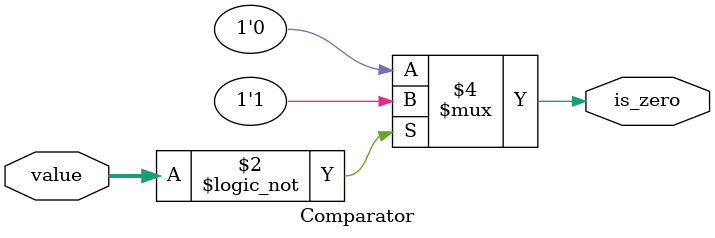
<source format=v>
`timescale 1ns / 1ps
module MIPSCheck(input [4:0] user_addr, input user,  rst, clk);
	
	wire [5:0] func, opcode;
	wire [1:0] pc_sel;
	wire [2:0] alu_sel;
	MIPS_CTRL ctrl(pc_sel, r1_addr_sel, w_addr_sel, w_data_sel, alu_in_sel, alu_sel,pc_en, reg_w_en, dmem_w_en, user, opcode, func, is_zero);							

	MIPS_dataPath dataPath (user_disp, func, opcode, is_zero , user_addr, pc_sel, r1_addr_sel, w_addr_sel, w_data_sel, alu_in_sel, alu_sel,pc_en, reg_w_en, dmem_w_en,clk,rst);	
endmodule
`timescale 1ns / 1ps
//////////////////////////////////////////////////////////////////////////////////
// Company: 
// Engineer: 
// 
// Create Date:    19:57:43 12/18/2016 
// Design Name: 
// Module Name:    MIPS_CTRL 
// Project Name: 
// Target Devices: 
// Tool versions: 
// Description: 
//
// Dependencies: 
//
// Revision: 
// Revision 0.01 - File Created
// Additional Comments: 
//
//////////////////////////////////////////////////////////////////////////////////
module MIPS_CTRL( pc_sel, r1_addr_sel, w_addr_sel, w_data_sel, alu_in_sel, alu_sel,pc_en, reg_w_en, dmem_w_en, user, opcode, func, is_zero);
	 output reg [1:0] pc_sel;
    output reg r1_addr_sel;
    output reg w_addr_sel;
    output reg w_data_sel;
    output reg [2:0] alu_sel; 
    output reg alu_in_sel;
	 output reg pc_en;
    output reg reg_w_en;
    output reg dmem_w_en;
    input user,is_zero;
    input [5:0] opcode;
    input [5:0] func;
	 
	 initial
	 begin
	 pc_sel=2'b0; r1_addr_sel=0; w_addr_sel=0; w_data_sel=0; alu_in_sel=0; alu_sel=3'b0; pc_en=0; reg_w_en=0; dmem_w_en=0;
	 end
		
	 
	always@(user, opcode, func,is_zero)
	begin
	//R Type: add, sub, or, xor, and, sltu,slt,jr.
	//I Type: addi, ori, andi, slti, lw, sw, beq, bneq.
	//J Type: j.
		if(user==1)
		begin
		pc_sel=2'b0; r1_addr_sel=1; w_addr_sel=0; w_data_sel=0; alu_in_sel=0; alu_sel=3'b0; pc_en=0; reg_w_en=0; dmem_w_en=0;
		end 
		
		else if(opcode==6'b0)//You are dealing with R type
		begin
			case (func)
			6'h20 : begin pc_sel=2'b0; r1_addr_sel=0; w_addr_sel=0; w_data_sel=0; alu_in_sel=0; alu_sel=3'b000; pc_en=1; reg_w_en=1; dmem_w_en=0; end
			6'h22 : begin pc_sel=2'b0; r1_addr_sel=0; w_addr_sel=0; w_data_sel=0; alu_in_sel=0; alu_sel=3'b001; pc_en=1; reg_w_en=1; dmem_w_en=0; end
			6'h25 : begin pc_sel=2'b0; r1_addr_sel=0; w_addr_sel=0; w_data_sel=0; alu_in_sel=0; alu_sel=3'b010; pc_en=1; reg_w_en=1; dmem_w_en=0; end
			6'h26 : begin pc_sel=2'b0; r1_addr_sel=0; w_addr_sel=0; w_data_sel=0; alu_in_sel=0; alu_sel=3'b011; pc_en=1; reg_w_en=1; dmem_w_en=0; end
			6'h24 : begin pc_sel=2'b0; r1_addr_sel=0; w_addr_sel=0; w_data_sel=0; alu_in_sel=0; alu_sel=3'b100; pc_en=1; reg_w_en=1; dmem_w_en=0; end
			6'h2B : begin pc_sel=2'b0; r1_addr_sel=0; w_addr_sel=0; w_data_sel=0; alu_in_sel=0; alu_sel=3'b101; pc_en=1; reg_w_en=1; dmem_w_en=0; end
			6'h2A : begin pc_sel=2'b0; r1_addr_sel=0; w_addr_sel=0; w_data_sel=0; alu_in_sel=0; alu_sel=3'b110; pc_en=1; reg_w_en=1; dmem_w_en=0; end
			6'h8 :  begin pc_sel=2'b1; r1_addr_sel=0; w_addr_sel=0; w_data_sel=0; alu_in_sel=0; alu_sel=3'b111; pc_en=1; reg_w_en=0; dmem_w_en=0; end
			default: begin pc_sel=2'b0; r1_addr_sel=0; w_addr_sel=0; w_data_sel=0; alu_in_sel=0; alu_sel=3'b000; pc_en=0; reg_w_en=0; dmem_w_en=0;end
			endcase
		end
		
		else if(opcode==6'h8)//addi
		begin//w_addr_sel has problem
		pc_sel=2'b0; r1_addr_sel=0; w_addr_sel=1; w_data_sel=0; alu_in_sel=1; alu_sel=3'b0; pc_en=1; reg_w_en=1; dmem_w_en=0;
		end
		
		else if(opcode==6'hD)//orri
		begin
		pc_sel=2'b0; r1_addr_sel=0; w_addr_sel=1; w_data_sel=0; alu_in_sel=1; alu_sel=3'b010; pc_en=1; reg_w_en=1; dmem_w_en=0;
		end
		
		else if(opcode==6'hC)//andi
		begin
		pc_sel=2'b0; r1_addr_sel=0; w_addr_sel=1; w_data_sel=0; alu_in_sel=1; alu_sel=3'b100; pc_en=1; reg_w_en=1; dmem_w_en=0;
		end
		
		else if(opcode==6'hA)//slti
		begin//slti
		pc_sel=2'b0; r1_addr_sel=0; w_addr_sel=1; w_data_sel=0; alu_in_sel=1; alu_sel=3'b110; pc_en=1; reg_w_en=1; dmem_w_en=0;
		end
		
		else if(opcode==6'h23)//lw
		begin//lw
		pc_sel=2'b0; r1_addr_sel=0; w_addr_sel=1; w_data_sel=1; alu_in_sel=1; alu_sel=3'b0; pc_en=1; reg_w_en=1; dmem_w_en=0;
		end
		
		else if(opcode==6'h2B)
		begin//sw
		pc_sel=2'b0; r1_addr_sel=0; w_addr_sel=0; w_data_sel=0; alu_in_sel=1; alu_sel=3'b0; pc_en=1; reg_w_en=0; dmem_w_en=1;
		end
		
		else if(opcode==6'h4)
		begin//beq
			if(is_zero==1'b1)
			begin
				pc_sel=2'b10; r1_addr_sel=0; w_addr_sel=0; w_data_sel=0; alu_in_sel=0; alu_sel=3'b1; pc_en=1; reg_w_en=0; dmem_w_en=0;
			end
			else
			begin
				pc_sel=2'b0; r1_addr_sel=0; w_addr_sel=0; w_data_sel=0; alu_in_sel=0; alu_sel=3'b1; pc_en=1; reg_w_en=0; dmem_w_en=0;
			end
		end
		
		else if(opcode==6'h5)
		begin//bneq
			if(is_zero==1'b0)
			begin
				pc_sel=2'b10; r1_addr_sel=0; w_addr_sel=0; w_data_sel=0; alu_in_sel=0; alu_sel=3'b1; pc_en=1; reg_w_en=0; dmem_w_en=0;
			end
			else
			begin
				pc_sel=2'b0; r1_addr_sel=0; w_addr_sel=0; w_data_sel=0; alu_in_sel=0; alu_sel=3'b1; pc_en=1; reg_w_en=0; dmem_w_en=0;
			end
		end
		
		else if(opcode==6'h2)//J type
		begin
		pc_sel=2'b11; r1_addr_sel=0; w_addr_sel=0; w_data_sel=0; alu_in_sel=0; alu_sel=3'b0; pc_en=1; reg_w_en=0; dmem_w_en=0;
		end 
		
		
		else
		begin
		pc_sel=2'b0; r1_addr_sel=0; w_addr_sel=0; w_data_sel=0; alu_in_sel=0; alu_sel=3'b0; pc_en=0; reg_w_en=0; dmem_w_en=0;
		end
	end
endmodule
`timescale 1ns / 1ps
//////////////////////////////////////////////////////////////////////////////////
// Company: 
// Engineer: 
// 
// Create Date:    07:19:24 12/20/2016 
// Design Name: 
// Module Name:    MIPS_dataPath 
// Project Name: 
// Target Devices: 
// Tool versions: 
// Description: 
//
// Dependencies: 
//
// Revision: 
// Revision 0.01 - File Created
// Additional Comments: 
//
//////////////////////////////////////////////////////////////////////////////////
module MIPS_dataPath(user_disp, func, opcode, is_zero, user_addr, pc_sel, r1_addr_sel, w_addr_sel, w_data_sel, alu_in_sel, alu_sel,pc_en, reg_w_en, dmem_w_en,clk,rst);
    output [31:0] user_disp;
	 output [5:0] func, opcode;
	 output is_zero;
    input [4:0] user_addr;
	 input [1:0] pc_sel;
	 input r1_addr_sel,w_addr_sel,w_data_sel,alu_in_sel, pc_en, reg_w_en, dmem_w_en, clk, rst;
	 input [2:0] alu_sel;
	 wire [31:0] subtract_out;
	 wire [4:0] r1,r2,r3;
	 wire [15:0] imm;
	 wire [25:0] C;
	 wire [31:0] instruct;
	 wire [31:0] count,pc_in ;
	 wire [31:0] data0,data1,alu_out,data0_out, w_data;
	 wire [4:0] r_addr1, w_addr;
	 wire [31:0] datamem_out;
	 
	 
	 assign user_disp=data1;
	 //Breaking down the instruction
	 IM instructionMemory (instruct, count, rst, clk);
	 assign opcode=instruct[31:26];
	 assign r1=instruct[25:21];
	 assign r2=instruct[20:16];
	 assign r3=instruct[15:11];//instruct[10:6]:shamt is not used
	 assign func=instruct[5:0];
	 assign imm=instruct[15:0];
	 assign C=instruct[25:0];
	 
	 
	 
	 //mux for PC
	 mux_4x1 #(32) pc_mux (pc_in, {count[31:28],C, 2'b0} ,{16'b0, imm} , data1, count, pc_sel[1], pc_sel[0]);
	 
	//Counter word addressible 
	 PC programCounter (count, pc_in, pc_en, rst,clk);
	 
	 //
	 mux_2x1 #(5) r1_reg_mux (r_addr1, user_addr, r1, r1_addr_sel); 
	 mux_2x1 #(5) w_reg_mux (w_addr, r2, r3, w_addr_sel); 
	 mux_2x1 #(32) wd_reg_mux (w_data , datamem_out, alu_out, w_data_sel); 
	 RegFile registerFile (data1, data0, r_addr1, r2, w_addr, w_data , reg_w_en, rst, clk);
	 
	 //ALU 
	 mux_2x1 #(32) alu_in_mux (data0_out, {16'b0,imm}, data0,alu_in_sel);
	 ALU alu(alu_out, data1, data0_out, alu_sel);
	  
	 DM dataMemory (datamem_out, alu_out, data0, dmem_w_en, rst, clk);

	 subtractor subtract(subtract_out, data1,data0);	  	 //is_zero comparator
	 Comparator comparetoZero(is_zero,subtract_out);
	 
endmodule

module subtractor(out,in1,in0);
input [31:0] in1, in0;
output reg [31:0] out;
	always@(in1,in0)
	begin
		out=in1-in0;
	end
endmodule
`timescale 1ns / 1ps
//////////////////////////////////////////////////////////////////////////////////
// Company: 
// Engineer: 
// 
// Create Date:    03:00:02 12/18/2016 
// Design Name: 
// Module Name:    IM 
// Project Name: 
// Target Devices: 
// Tool versions: 
// Description: 
//
// Dependencies: 
//
// Revision: 
// Revision 0.01 - File Created
// Additional Comments: 
//
//////////////////////////////////////////////////////////////////////////////////
module IM(instruct, count, rst, clk);
    output reg [31:0] instruct;
    input [31:0] count;
	 input rst,clk;
	 //256 instructions of 32 bit each
	 reg [31:0] instructFile [255:0];
	 initial instruct =32'b0;
	 
	 initial begin
	 $readmemb("D:/Xilinx/LabProjectsandPractice/Lab10try1/instructMem.txt",instructFile);
	 end

	 always@ (posedge clk)
	 begin
		if(rst)
			instruct<=32'b0;
		else
			instruct<=instructFile[count];
	end
endmodule
`timescale 1ns / 1ps
//////////////////////////////////////////////////////////////////////////////////
// Company: 
// Engineer: 
// 
// Create Date:    22:32:50 12/17/2016 
// Design Name: 
// Module Name:    mux_4x1 
// Project Name: 
// Target Devices: 
// Tool versions: 
// Description: 
//
// Dependencies: 
//
// Revision: 
// Revision 0.01 - File Created
// Additional Comments: 
//
//////////////////////////////////////////////////////////////////////////////////
module mux_4x1(y, x3, x2, x1, x0, s1, s0);
	 parameter bits=4;
    output [bits-1:0] y;
    input [bits-1:0] x3;
    input [bits-1:0] x2;
    input [bits-1:0] x1;
    input [bits-1:0] x0;
    input s1;
    input s0;
	 assign y =(s1==1&s0==1?x3:s1==1&s0==0?x2:s1==0&s0==1?x1:x0);
endmodule
`timescale 1ns / 1ps
//////////////////////////////////////////////////////////////////////////////////
// Company: 
// Engineer: 
// 
// Create Date:    02:43:59 12/18/2016 
// Design Name: 
// Module Name:    PC 
// Project Name: 
// Target Devices: 
// Tool versions: 
// Description: 
//
// Dependencies: 
//
// Revision: 
// Revision 0.01 - File Created
// Additional Comments: 
//
//////////////////////////////////////////////////////////////////////////////////
module PC(out, in, pc_en, rst,clk);
    output [31:0] out;
    input [31:0] in;
	 input rst,clk,pc_en;
	 reg [31:0] pc_count;
	 initial pc_count=0; 
	 
	 assign out=pc_count;
	 always@(posedge clk)
	 begin
		if(rst)
		begin
		pc_count=0;
		end
		else if(pc_en)
		begin
		pc_count=in+1;
		end
	 end
endmodule
`timescale 1ns / 1ps
//////////////////////////////////////////////////////////////////////////////////
// Company: 
// Engineer: 
// 
// Create Date:    22:35:22 12/17/2016 
// Design Name: 
// Module Name:    mux_2x1 
// Project Name: 
// Target Devices: 
// Tool versions: 
// Description: 
//
// Dependencies: 
//
// Revision: 
// Revision 0.01 - File Created
// Additional Comments: 
//
//////////////////////////////////////////////////////////////////////////////////
module mux_2x1(y,x1, x0,s);
	parameter bits=4;
    output [bits-1:0] y;
    input [bits-1:0] x1;
    input [bits-1:0] x0;
    input s;
	 assign y =(s==1?x1:x0);
endmodule
`timescale 1ns / 1ps
//////////////////////////////////////////////////////////////////////////////////
// Company: 
// Engineer: 
// 
// Create Date:    21:26:22 12/17/2016 
// Design Name: 
// Module Name:    RegFile 
// Project Name: 
// Target Devices: 
// Tool versions: 
// Description: 
//
// Dependencies: 
//
// Revision: 
// Revision 0.01 - File Created
// Additional Comments: 
//
//////////////////////////////////////////////////////////////////////////////////
module RegFile(data1, data0, r_addr1, r_addr0, w_addr, w_data, w_en, rst, clk);
//5 bit address for 32, 32 bit locations.
    output reg [31:0] data1;
    output reg [31:0] data0;
    input [4:0] r_addr1;
    input [4:0] r_addr0;
    input [4:0] w_addr;
    input [31:0] w_data;
    input w_en,rst,clk;
	 reg [31:0] regFile [31:0];
	 
	 initial begin
	 $readmemb("D:/Xilinx/LabProjectsandPractice/Lab10try1/RegFileMem.txt",regFile,0,31);
	 end
	 
	 always@(posedge clk)
	 begin
		if(rst)
		begin
			data1<=regFile[0];
			data0<=regFile[0];
		end
	   else if(w_en)
		begin
			regFile[w_addr]<=w_data;
		end
		else
		begin
			data1<=regFile[r_addr1];
			data0<=regFile[r_addr0];
		end
	end
	
endmodule 
`timescale 1ns / 1ps
//////////////////////////////////////////////////////////////////////////////////
// Company: 
// Engineer: 
// 
// Create Date:    01:12:52 12/18/2016 
// Design Name: 
// Module Name:    ALU 
// Project Name: 
// Target Devices: 
// Tool versions: 
// Description: 
//
// Dependencies: 
//
// Revision: 
// Revision 0.01 - File Created
// Additional Comments: 
//
//////////////////////////////////////////////////////////////////////////////////
module ALU(out, in1, in0, sel);
// 32 bit input and 32 bit inputs with 3 bit selection of 7 functions
	 output reg [31:0] out;
    input [31:0]in1;
    input [31:0] in0;
    input [2:0] sel;
	 always@(sel,in1,in0)
	 begin 
		case(sel)
		0: out<=in1+in0;//add, addi
		1: out<=in1-in0;
		2: out<=in1|in0;//or, ori
		3: out<=in1^in0;//xor
		4: out<=in1&in0;//and, andi
		5: out<=( (in1<in0)?1:0 );// sltu
		6: begin //slt, slti
				if(in1[31])
				begin
					if(in0[31])
					begin
						out<=(in1>in0)?1:0;
					end
					else 
					out<=1;
				end
				else
				begin
					if(in0[31])
					begin 
						out<=0;
					end
					else
					begin
						out<=(in1<in0)?1:0;
					end
				 end
			end
		default: out<=32'b0;
		endcase
	end
endmodule
`timescale 1ns / 1ps
//////////////////////////////////////////////////////////////////////////////////
// Company: 
// Engineer: 
// 
// Create Date:    01:18:35 12/20/2016 
// Design Name: 
// Module Name:    DM 
// Project Name: 
// Target Devices: 
// Tool versions: 
// Description: 
//
// Dependencies: 
//
// Revision: 
// Revision 0.01 - File Created
// Additional Comments: 
//
//////////////////////////////////////////////////////////////////////////////////
module DM(data_out, addr, data, w_en, rst, clk);
    output reg [31:0] data_out;
    input [31:0] addr;
    input [31:0] data;
    input w_en;
    input rst;
    input clk;
	 //256 data values of of 32 bit each
	 reg [31:0] dataFile [255:0];
	 initial data_out<=32'b0;
	 
	 initial begin
	 $readmemb("D:/Xilinx/LabProjectsandPractice/Lab10try1/dataMem.txt",dataFile);
	 end
	 always@(posedge clk)
	 begin
		if(rst)
			data_out<=0;
		else if(w_en)
			dataFile[addr]<=data;
		else
			data_out<=dataFile[addr];
	 end
endmodule
`timescale 1ns / 1ps
//////////////////////////////////////////////////////////////////////////////////
// Company: 
// Engineer: 
// 
// Create Date:    07:32:14 12/21/2016 
// Design Name: 
// Module Name:    Comparator 
// Project Name: 
// Target Devices: 
// Tool versions: 
// Description: 
//
// Dependencies: 
//
// Revision: 
// Revision 0.01 - File Created
// Additional Comments: 
//
//////////////////////////////////////////////////////////////////////////////////
module Comparator(is_zero, value);
    output reg is_zero;
    input [31:0] value;
	 
	 always@(value)
	 begin
	 if (value==32'b0)
		is_zero=1'b1;
		else 
		is_zero=1'b0;
	end

endmodule

</source>
